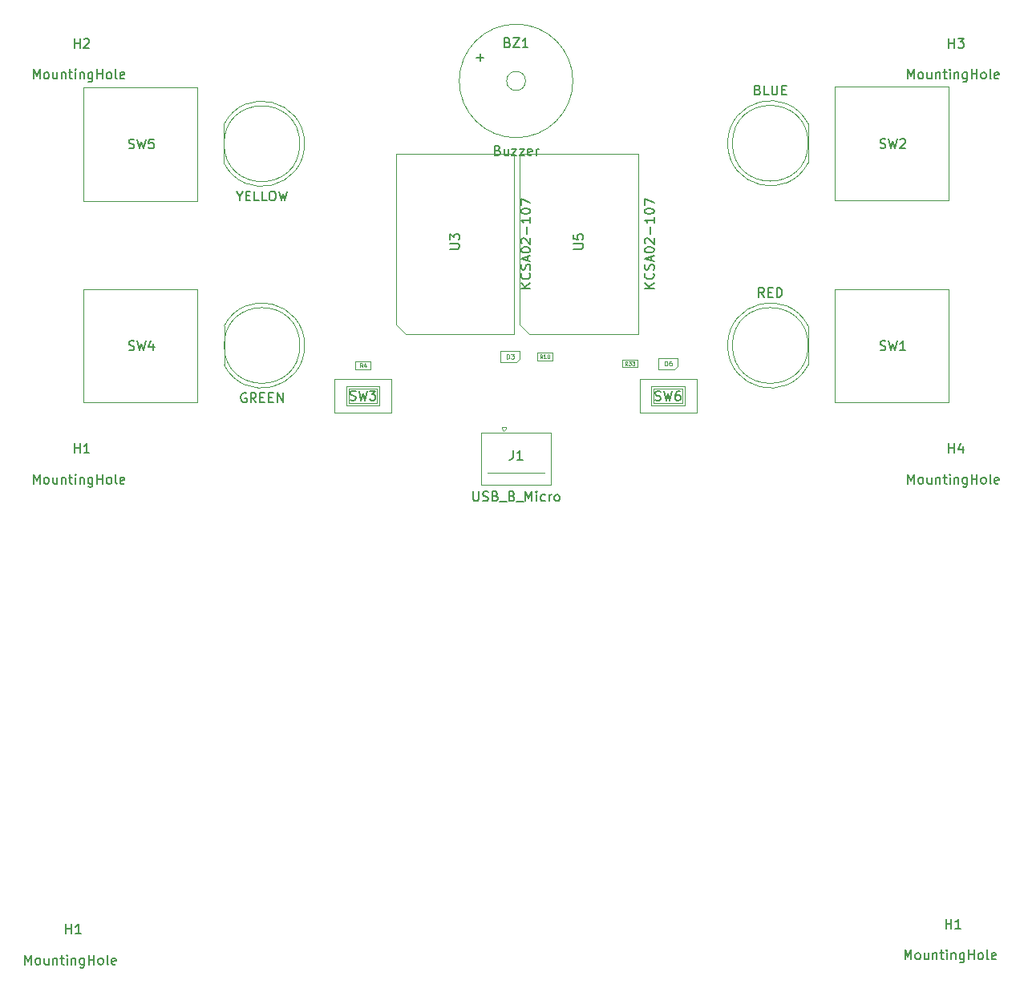
<source format=gbr>
G04 #@! TF.GenerationSoftware,KiCad,Pcbnew,(5.1.7)-1*
G04 #@! TF.CreationDate,2020-10-06T16:51:21+07:00*
G04 #@! TF.ProjectId,PIC16F1X_KIT2019,50494331-3646-4315-985f-4b4954323031,rev?*
G04 #@! TF.SameCoordinates,Original*
G04 #@! TF.FileFunction,Other,Fab,Top*
%FSLAX46Y46*%
G04 Gerber Fmt 4.6, Leading zero omitted, Abs format (unit mm)*
G04 Created by KiCad (PCBNEW (5.1.7)-1) date 2020-10-06 16:51:21*
%MOMM*%
%LPD*%
G01*
G04 APERTURE LIST*
%ADD10C,0.100000*%
%ADD11C,0.150000*%
%ADD12C,0.060000*%
%ADD13C,0.080000*%
G04 APERTURE END LIST*
D10*
X103216520Y-48138200D02*
X103216520Y-60138200D01*
X115216520Y-48138200D02*
X115216520Y-60138200D01*
X103216520Y-48138200D02*
X115216520Y-48138200D01*
X103216520Y-60138200D02*
X115216520Y-60138200D01*
X23882160Y-48138200D02*
X23882160Y-60138200D01*
X35882160Y-48138200D02*
X35882160Y-60138200D01*
X23882160Y-48138200D02*
X35882160Y-48138200D01*
X23882160Y-60138200D02*
X35882160Y-60138200D01*
X103216520Y-38776800D02*
X115216520Y-38776800D01*
X103216520Y-26776800D02*
X115216520Y-26776800D01*
X115216520Y-26776800D02*
X115216520Y-38776800D01*
X103216520Y-26776800D02*
X103216520Y-38776800D01*
X23882160Y-26824333D02*
X23882160Y-38824333D01*
X35882160Y-26824333D02*
X35882160Y-38824333D01*
X23882160Y-26824333D02*
X35882160Y-26824333D01*
X23882160Y-38824333D02*
X35882160Y-38824333D01*
X54190800Y-55822900D02*
X54190800Y-56622900D01*
X54190800Y-56622900D02*
X52590800Y-56622900D01*
X52590800Y-56622900D02*
X52590800Y-55822900D01*
X52590800Y-55822900D02*
X54190800Y-55822900D01*
X71755100Y-55683100D02*
X71755100Y-54883100D01*
X71755100Y-54883100D02*
X73355100Y-54883100D01*
X73355100Y-54883100D02*
X73355100Y-55683100D01*
X73355100Y-55683100D02*
X71755100Y-55683100D01*
X70532500Y-26162000D02*
G75*
G03*
X70532500Y-26162000I-1000000J0D01*
G01*
X75532500Y-26162000D02*
G75*
G03*
X75532500Y-26162000I-6000000J0D01*
G01*
X67910200Y-54683100D02*
X67910200Y-55883100D01*
X69910200Y-54683100D02*
X67910200Y-54683100D01*
X69910200Y-55583100D02*
X69910200Y-54683100D01*
X69610200Y-55883100D02*
X69910200Y-55583100D01*
X67910200Y-55883100D02*
X69610200Y-55883100D01*
X56376250Y-57636000D02*
X56376250Y-61236000D01*
X50376250Y-57636000D02*
X50376250Y-61236000D01*
X50376250Y-57636000D02*
X56376250Y-57636000D01*
X50376250Y-61236000D02*
X56376250Y-61236000D01*
X51876250Y-58636000D02*
X51876250Y-60236000D01*
X54876250Y-58636000D02*
X54876250Y-60236000D01*
X51876250Y-58636000D02*
X54876250Y-58636000D01*
X51876250Y-60236000D02*
X54876250Y-60236000D01*
X51626250Y-60436000D02*
X51626250Y-58436000D01*
X55126250Y-60436000D02*
X51626250Y-60436000D01*
X55126250Y-58436000D02*
X55126250Y-60436000D01*
X51626250Y-58436000D02*
X55126250Y-58436000D01*
X88578750Y-57636000D02*
X88578750Y-61236000D01*
X82578750Y-57636000D02*
X82578750Y-61236000D01*
X82578750Y-57636000D02*
X88578750Y-57636000D01*
X82578750Y-61236000D02*
X88578750Y-61236000D01*
X84078750Y-58636000D02*
X84078750Y-60236000D01*
X87078750Y-58636000D02*
X87078750Y-60236000D01*
X84078750Y-58636000D02*
X87078750Y-58636000D01*
X84078750Y-60236000D02*
X87078750Y-60236000D01*
X83828750Y-60436000D02*
X83828750Y-58436000D01*
X87328750Y-60436000D02*
X83828750Y-60436000D01*
X87328750Y-58436000D02*
X87328750Y-60436000D01*
X83828750Y-58436000D02*
X87328750Y-58436000D01*
X69343600Y-52895900D02*
X69343600Y-33895900D01*
X69343600Y-33895900D02*
X56843600Y-33895900D01*
X56843600Y-33895900D02*
X56843600Y-51895900D01*
X56843600Y-51895900D02*
X57843600Y-52895900D01*
X57843600Y-52895900D02*
X69343600Y-52895900D01*
X70899200Y-52895900D02*
X82399200Y-52895900D01*
X69899200Y-51895900D02*
X70899200Y-52895900D01*
X69899200Y-33895900D02*
X69899200Y-51895900D01*
X82399200Y-33895900D02*
X69899200Y-33895900D01*
X82399200Y-52895900D02*
X82399200Y-33895900D01*
X68440120Y-62742080D02*
X68440120Y-62952080D01*
X68040120Y-62742080D02*
X68040120Y-62952080D01*
X68040120Y-62742080D02*
X68440120Y-62742080D01*
X68440120Y-62952080D02*
X68240120Y-63152080D01*
X68240120Y-63152080D02*
X68040120Y-62952080D01*
X65840120Y-68852080D02*
X65840120Y-63302080D01*
X65840120Y-63302080D02*
X73240120Y-63302080D01*
X65840120Y-68852080D02*
X73240120Y-68852080D01*
X66540120Y-67552080D02*
X72540120Y-67552080D01*
X73240120Y-68852080D02*
X73240120Y-63302080D01*
X100372680Y-56176253D02*
X100372680Y-52053147D01*
X100372680Y-54114700D02*
G75*
G03*
X100372680Y-54114700I-4000000J0D01*
G01*
X100373834Y-52055388D02*
G75*
G03*
X100372680Y-56176253I-4001154J-2059312D01*
G01*
X100372680Y-34814853D02*
X100372680Y-30691747D01*
X100372680Y-32753300D02*
G75*
G03*
X100372680Y-32753300I-4000000J0D01*
G01*
X100373834Y-30693988D02*
G75*
G03*
X100372680Y-34814853I-4001154J-2059312D01*
G01*
X46707560Y-54114700D02*
G75*
G03*
X46707560Y-54114700I-4000000J0D01*
G01*
X38707560Y-52053147D02*
X38707560Y-56176253D01*
X38706406Y-56174012D02*
G75*
G03*
X38707560Y-52053147I4001154J2059312D01*
G01*
X46697400Y-32800833D02*
G75*
G03*
X46697400Y-32800833I-4000000J0D01*
G01*
X38697400Y-30739280D02*
X38697400Y-34862386D01*
X38696246Y-34860145D02*
G75*
G03*
X38697400Y-30739280I4001154J2059312D01*
G01*
X84587840Y-55432400D02*
X84587840Y-56632400D01*
X86587840Y-55432400D02*
X84587840Y-55432400D01*
X86587840Y-56332400D02*
X86587840Y-55432400D01*
X86287840Y-56632400D02*
X86587840Y-56332400D01*
X84587840Y-56632400D02*
X86287840Y-56632400D01*
X80728920Y-55627320D02*
X82328920Y-55627320D01*
X80728920Y-56427320D02*
X80728920Y-55627320D01*
X82328920Y-56427320D02*
X80728920Y-56427320D01*
X82328920Y-55627320D02*
X82328920Y-56427320D01*
D11*
X110591245Y-118977740D02*
X110591245Y-117977740D01*
X110924579Y-118692026D01*
X111257912Y-117977740D01*
X111257912Y-118977740D01*
X111876960Y-118977740D02*
X111781721Y-118930121D01*
X111734102Y-118882502D01*
X111686483Y-118787264D01*
X111686483Y-118501550D01*
X111734102Y-118406312D01*
X111781721Y-118358693D01*
X111876960Y-118311074D01*
X112019817Y-118311074D01*
X112115055Y-118358693D01*
X112162674Y-118406312D01*
X112210293Y-118501550D01*
X112210293Y-118787264D01*
X112162674Y-118882502D01*
X112115055Y-118930121D01*
X112019817Y-118977740D01*
X111876960Y-118977740D01*
X113067436Y-118311074D02*
X113067436Y-118977740D01*
X112638864Y-118311074D02*
X112638864Y-118834883D01*
X112686483Y-118930121D01*
X112781721Y-118977740D01*
X112924579Y-118977740D01*
X113019817Y-118930121D01*
X113067436Y-118882502D01*
X113543626Y-118311074D02*
X113543626Y-118977740D01*
X113543626Y-118406312D02*
X113591245Y-118358693D01*
X113686483Y-118311074D01*
X113829340Y-118311074D01*
X113924579Y-118358693D01*
X113972198Y-118453931D01*
X113972198Y-118977740D01*
X114305531Y-118311074D02*
X114686483Y-118311074D01*
X114448388Y-117977740D02*
X114448388Y-118834883D01*
X114496007Y-118930121D01*
X114591245Y-118977740D01*
X114686483Y-118977740D01*
X115019817Y-118977740D02*
X115019817Y-118311074D01*
X115019817Y-117977740D02*
X114972198Y-118025360D01*
X115019817Y-118072979D01*
X115067436Y-118025360D01*
X115019817Y-117977740D01*
X115019817Y-118072979D01*
X115496007Y-118311074D02*
X115496007Y-118977740D01*
X115496007Y-118406312D02*
X115543626Y-118358693D01*
X115638864Y-118311074D01*
X115781721Y-118311074D01*
X115876960Y-118358693D01*
X115924579Y-118453931D01*
X115924579Y-118977740D01*
X116829340Y-118311074D02*
X116829340Y-119120598D01*
X116781721Y-119215836D01*
X116734102Y-119263455D01*
X116638864Y-119311074D01*
X116496007Y-119311074D01*
X116400769Y-119263455D01*
X116829340Y-118930121D02*
X116734102Y-118977740D01*
X116543626Y-118977740D01*
X116448388Y-118930121D01*
X116400769Y-118882502D01*
X116353150Y-118787264D01*
X116353150Y-118501550D01*
X116400769Y-118406312D01*
X116448388Y-118358693D01*
X116543626Y-118311074D01*
X116734102Y-118311074D01*
X116829340Y-118358693D01*
X117305531Y-118977740D02*
X117305531Y-117977740D01*
X117305531Y-118453931D02*
X117876960Y-118453931D01*
X117876960Y-118977740D02*
X117876960Y-117977740D01*
X118496007Y-118977740D02*
X118400769Y-118930121D01*
X118353150Y-118882502D01*
X118305531Y-118787264D01*
X118305531Y-118501550D01*
X118353150Y-118406312D01*
X118400769Y-118358693D01*
X118496007Y-118311074D01*
X118638864Y-118311074D01*
X118734102Y-118358693D01*
X118781721Y-118406312D01*
X118829340Y-118501550D01*
X118829340Y-118787264D01*
X118781721Y-118882502D01*
X118734102Y-118930121D01*
X118638864Y-118977740D01*
X118496007Y-118977740D01*
X119400769Y-118977740D02*
X119305531Y-118930121D01*
X119257912Y-118834883D01*
X119257912Y-117977740D01*
X120162674Y-118930121D02*
X120067436Y-118977740D01*
X119876960Y-118977740D01*
X119781721Y-118930121D01*
X119734102Y-118834883D01*
X119734102Y-118453931D01*
X119781721Y-118358693D01*
X119876960Y-118311074D01*
X120067436Y-118311074D01*
X120162674Y-118358693D01*
X120210293Y-118453931D01*
X120210293Y-118549169D01*
X119734102Y-118644407D01*
X114915055Y-115727740D02*
X114915055Y-114727740D01*
X114915055Y-115203931D02*
X115486483Y-115203931D01*
X115486483Y-115727740D02*
X115486483Y-114727740D01*
X116486483Y-115727740D02*
X115915055Y-115727740D01*
X116200769Y-115727740D02*
X116200769Y-114727740D01*
X116105531Y-114870598D01*
X116010293Y-114965836D01*
X115915055Y-115013455D01*
X17693285Y-119526380D02*
X17693285Y-118526380D01*
X18026619Y-119240666D01*
X18359952Y-118526380D01*
X18359952Y-119526380D01*
X18979000Y-119526380D02*
X18883761Y-119478761D01*
X18836142Y-119431142D01*
X18788523Y-119335904D01*
X18788523Y-119050190D01*
X18836142Y-118954952D01*
X18883761Y-118907333D01*
X18979000Y-118859714D01*
X19121857Y-118859714D01*
X19217095Y-118907333D01*
X19264714Y-118954952D01*
X19312333Y-119050190D01*
X19312333Y-119335904D01*
X19264714Y-119431142D01*
X19217095Y-119478761D01*
X19121857Y-119526380D01*
X18979000Y-119526380D01*
X20169476Y-118859714D02*
X20169476Y-119526380D01*
X19740904Y-118859714D02*
X19740904Y-119383523D01*
X19788523Y-119478761D01*
X19883761Y-119526380D01*
X20026619Y-119526380D01*
X20121857Y-119478761D01*
X20169476Y-119431142D01*
X20645666Y-118859714D02*
X20645666Y-119526380D01*
X20645666Y-118954952D02*
X20693285Y-118907333D01*
X20788523Y-118859714D01*
X20931380Y-118859714D01*
X21026619Y-118907333D01*
X21074238Y-119002571D01*
X21074238Y-119526380D01*
X21407571Y-118859714D02*
X21788523Y-118859714D01*
X21550428Y-118526380D02*
X21550428Y-119383523D01*
X21598047Y-119478761D01*
X21693285Y-119526380D01*
X21788523Y-119526380D01*
X22121857Y-119526380D02*
X22121857Y-118859714D01*
X22121857Y-118526380D02*
X22074238Y-118574000D01*
X22121857Y-118621619D01*
X22169476Y-118574000D01*
X22121857Y-118526380D01*
X22121857Y-118621619D01*
X22598047Y-118859714D02*
X22598047Y-119526380D01*
X22598047Y-118954952D02*
X22645666Y-118907333D01*
X22740904Y-118859714D01*
X22883761Y-118859714D01*
X22979000Y-118907333D01*
X23026619Y-119002571D01*
X23026619Y-119526380D01*
X23931380Y-118859714D02*
X23931380Y-119669238D01*
X23883761Y-119764476D01*
X23836142Y-119812095D01*
X23740904Y-119859714D01*
X23598047Y-119859714D01*
X23502809Y-119812095D01*
X23931380Y-119478761D02*
X23836142Y-119526380D01*
X23645666Y-119526380D01*
X23550428Y-119478761D01*
X23502809Y-119431142D01*
X23455190Y-119335904D01*
X23455190Y-119050190D01*
X23502809Y-118954952D01*
X23550428Y-118907333D01*
X23645666Y-118859714D01*
X23836142Y-118859714D01*
X23931380Y-118907333D01*
X24407571Y-119526380D02*
X24407571Y-118526380D01*
X24407571Y-119002571D02*
X24979000Y-119002571D01*
X24979000Y-119526380D02*
X24979000Y-118526380D01*
X25598047Y-119526380D02*
X25502809Y-119478761D01*
X25455190Y-119431142D01*
X25407571Y-119335904D01*
X25407571Y-119050190D01*
X25455190Y-118954952D01*
X25502809Y-118907333D01*
X25598047Y-118859714D01*
X25740904Y-118859714D01*
X25836142Y-118907333D01*
X25883761Y-118954952D01*
X25931380Y-119050190D01*
X25931380Y-119335904D01*
X25883761Y-119431142D01*
X25836142Y-119478761D01*
X25740904Y-119526380D01*
X25598047Y-119526380D01*
X26502809Y-119526380D02*
X26407571Y-119478761D01*
X26359952Y-119383523D01*
X26359952Y-118526380D01*
X27264714Y-119478761D02*
X27169476Y-119526380D01*
X26979000Y-119526380D01*
X26883761Y-119478761D01*
X26836142Y-119383523D01*
X26836142Y-119002571D01*
X26883761Y-118907333D01*
X26979000Y-118859714D01*
X27169476Y-118859714D01*
X27264714Y-118907333D01*
X27312333Y-119002571D01*
X27312333Y-119097809D01*
X26836142Y-119193047D01*
X22017095Y-116276380D02*
X22017095Y-115276380D01*
X22017095Y-115752571D02*
X22588523Y-115752571D01*
X22588523Y-116276380D02*
X22588523Y-115276380D01*
X23588523Y-116276380D02*
X23017095Y-116276380D01*
X23302809Y-116276380D02*
X23302809Y-115276380D01*
X23207571Y-115419238D01*
X23112333Y-115514476D01*
X23017095Y-115562095D01*
X107983186Y-54582961D02*
X108126043Y-54630580D01*
X108364139Y-54630580D01*
X108459377Y-54582961D01*
X108506996Y-54535342D01*
X108554615Y-54440104D01*
X108554615Y-54344866D01*
X108506996Y-54249628D01*
X108459377Y-54202009D01*
X108364139Y-54154390D01*
X108173662Y-54106771D01*
X108078424Y-54059152D01*
X108030805Y-54011533D01*
X107983186Y-53916295D01*
X107983186Y-53821057D01*
X108030805Y-53725819D01*
X108078424Y-53678200D01*
X108173662Y-53630580D01*
X108411758Y-53630580D01*
X108554615Y-53678200D01*
X108887948Y-53630580D02*
X109126043Y-54630580D01*
X109316520Y-53916295D01*
X109506996Y-54630580D01*
X109745091Y-53630580D01*
X110649853Y-54630580D02*
X110078424Y-54630580D01*
X110364139Y-54630580D02*
X110364139Y-53630580D01*
X110268900Y-53773438D01*
X110173662Y-53868676D01*
X110078424Y-53916295D01*
X28648826Y-54582961D02*
X28791683Y-54630580D01*
X29029779Y-54630580D01*
X29125017Y-54582961D01*
X29172636Y-54535342D01*
X29220255Y-54440104D01*
X29220255Y-54344866D01*
X29172636Y-54249628D01*
X29125017Y-54202009D01*
X29029779Y-54154390D01*
X28839302Y-54106771D01*
X28744064Y-54059152D01*
X28696445Y-54011533D01*
X28648826Y-53916295D01*
X28648826Y-53821057D01*
X28696445Y-53725819D01*
X28744064Y-53678200D01*
X28839302Y-53630580D01*
X29077398Y-53630580D01*
X29220255Y-53678200D01*
X29553588Y-53630580D02*
X29791683Y-54630580D01*
X29982160Y-53916295D01*
X30172636Y-54630580D01*
X30410731Y-53630580D01*
X31220255Y-53963914D02*
X31220255Y-54630580D01*
X30982160Y-53582961D02*
X30744064Y-54297247D01*
X31363112Y-54297247D01*
X107983186Y-33221561D02*
X108126043Y-33269180D01*
X108364139Y-33269180D01*
X108459377Y-33221561D01*
X108506996Y-33173942D01*
X108554615Y-33078704D01*
X108554615Y-32983466D01*
X108506996Y-32888228D01*
X108459377Y-32840609D01*
X108364139Y-32792990D01*
X108173662Y-32745371D01*
X108078424Y-32697752D01*
X108030805Y-32650133D01*
X107983186Y-32554895D01*
X107983186Y-32459657D01*
X108030805Y-32364419D01*
X108078424Y-32316800D01*
X108173662Y-32269180D01*
X108411758Y-32269180D01*
X108554615Y-32316800D01*
X108887948Y-32269180D02*
X109126043Y-33269180D01*
X109316520Y-32554895D01*
X109506996Y-33269180D01*
X109745091Y-32269180D01*
X110078424Y-32364419D02*
X110126043Y-32316800D01*
X110221281Y-32269180D01*
X110459377Y-32269180D01*
X110554615Y-32316800D01*
X110602234Y-32364419D01*
X110649853Y-32459657D01*
X110649853Y-32554895D01*
X110602234Y-32697752D01*
X110030805Y-33269180D01*
X110649853Y-33269180D01*
X28648826Y-33269094D02*
X28791683Y-33316713D01*
X29029779Y-33316713D01*
X29125017Y-33269094D01*
X29172636Y-33221475D01*
X29220255Y-33126237D01*
X29220255Y-33030999D01*
X29172636Y-32935761D01*
X29125017Y-32888142D01*
X29029779Y-32840523D01*
X28839302Y-32792904D01*
X28744064Y-32745285D01*
X28696445Y-32697666D01*
X28648826Y-32602428D01*
X28648826Y-32507190D01*
X28696445Y-32411952D01*
X28744064Y-32364333D01*
X28839302Y-32316713D01*
X29077398Y-32316713D01*
X29220255Y-32364333D01*
X29553588Y-32316713D02*
X29791683Y-33316713D01*
X29982160Y-32602428D01*
X30172636Y-33316713D01*
X30410731Y-32316713D01*
X31267874Y-32316713D02*
X30791683Y-32316713D01*
X30744064Y-32792904D01*
X30791683Y-32745285D01*
X30886921Y-32697666D01*
X31125017Y-32697666D01*
X31220255Y-32745285D01*
X31267874Y-32792904D01*
X31315493Y-32888142D01*
X31315493Y-33126237D01*
X31267874Y-33221475D01*
X31220255Y-33269094D01*
X31125017Y-33316713D01*
X30886921Y-33316713D01*
X30791683Y-33269094D01*
X30744064Y-33221475D01*
D12*
X53324133Y-56403852D02*
X53190800Y-56213376D01*
X53095561Y-56403852D02*
X53095561Y-56003852D01*
X53247942Y-56003852D01*
X53286038Y-56022900D01*
X53305085Y-56041947D01*
X53324133Y-56080042D01*
X53324133Y-56137185D01*
X53305085Y-56175280D01*
X53286038Y-56194328D01*
X53247942Y-56213376D01*
X53095561Y-56213376D01*
X53666990Y-56137185D02*
X53666990Y-56403852D01*
X53571752Y-55984804D02*
X53476514Y-56270519D01*
X53724133Y-56270519D01*
X72297957Y-55464052D02*
X72164623Y-55273576D01*
X72069385Y-55464052D02*
X72069385Y-55064052D01*
X72221766Y-55064052D01*
X72259861Y-55083100D01*
X72278909Y-55102147D01*
X72297957Y-55140242D01*
X72297957Y-55197385D01*
X72278909Y-55235480D01*
X72259861Y-55254528D01*
X72221766Y-55273576D01*
X72069385Y-55273576D01*
X72678909Y-55464052D02*
X72450338Y-55464052D01*
X72564623Y-55464052D02*
X72564623Y-55064052D01*
X72526528Y-55121195D01*
X72488433Y-55159290D01*
X72450338Y-55178338D01*
X72926528Y-55064052D02*
X72964623Y-55064052D01*
X73002719Y-55083100D01*
X73021766Y-55102147D01*
X73040814Y-55140242D01*
X73059861Y-55216433D01*
X73059861Y-55311671D01*
X73040814Y-55387861D01*
X73021766Y-55425957D01*
X73002719Y-55445004D01*
X72964623Y-55464052D01*
X72926528Y-55464052D01*
X72888433Y-55445004D01*
X72869385Y-55425957D01*
X72850338Y-55387861D01*
X72831290Y-55311671D01*
X72831290Y-55216433D01*
X72850338Y-55140242D01*
X72869385Y-55102147D01*
X72888433Y-55083100D01*
X72926528Y-55064052D01*
D11*
X110911285Y-68726380D02*
X110911285Y-67726380D01*
X111244619Y-68440666D01*
X111577952Y-67726380D01*
X111577952Y-68726380D01*
X112197000Y-68726380D02*
X112101761Y-68678761D01*
X112054142Y-68631142D01*
X112006523Y-68535904D01*
X112006523Y-68250190D01*
X112054142Y-68154952D01*
X112101761Y-68107333D01*
X112197000Y-68059714D01*
X112339857Y-68059714D01*
X112435095Y-68107333D01*
X112482714Y-68154952D01*
X112530333Y-68250190D01*
X112530333Y-68535904D01*
X112482714Y-68631142D01*
X112435095Y-68678761D01*
X112339857Y-68726380D01*
X112197000Y-68726380D01*
X113387476Y-68059714D02*
X113387476Y-68726380D01*
X112958904Y-68059714D02*
X112958904Y-68583523D01*
X113006523Y-68678761D01*
X113101761Y-68726380D01*
X113244619Y-68726380D01*
X113339857Y-68678761D01*
X113387476Y-68631142D01*
X113863666Y-68059714D02*
X113863666Y-68726380D01*
X113863666Y-68154952D02*
X113911285Y-68107333D01*
X114006523Y-68059714D01*
X114149380Y-68059714D01*
X114244619Y-68107333D01*
X114292238Y-68202571D01*
X114292238Y-68726380D01*
X114625571Y-68059714D02*
X115006523Y-68059714D01*
X114768428Y-67726380D02*
X114768428Y-68583523D01*
X114816047Y-68678761D01*
X114911285Y-68726380D01*
X115006523Y-68726380D01*
X115339857Y-68726380D02*
X115339857Y-68059714D01*
X115339857Y-67726380D02*
X115292238Y-67774000D01*
X115339857Y-67821619D01*
X115387476Y-67774000D01*
X115339857Y-67726380D01*
X115339857Y-67821619D01*
X115816047Y-68059714D02*
X115816047Y-68726380D01*
X115816047Y-68154952D02*
X115863666Y-68107333D01*
X115958904Y-68059714D01*
X116101761Y-68059714D01*
X116197000Y-68107333D01*
X116244619Y-68202571D01*
X116244619Y-68726380D01*
X117149380Y-68059714D02*
X117149380Y-68869238D01*
X117101761Y-68964476D01*
X117054142Y-69012095D01*
X116958904Y-69059714D01*
X116816047Y-69059714D01*
X116720809Y-69012095D01*
X117149380Y-68678761D02*
X117054142Y-68726380D01*
X116863666Y-68726380D01*
X116768428Y-68678761D01*
X116720809Y-68631142D01*
X116673190Y-68535904D01*
X116673190Y-68250190D01*
X116720809Y-68154952D01*
X116768428Y-68107333D01*
X116863666Y-68059714D01*
X117054142Y-68059714D01*
X117149380Y-68107333D01*
X117625571Y-68726380D02*
X117625571Y-67726380D01*
X117625571Y-68202571D02*
X118197000Y-68202571D01*
X118197000Y-68726380D02*
X118197000Y-67726380D01*
X118816047Y-68726380D02*
X118720809Y-68678761D01*
X118673190Y-68631142D01*
X118625571Y-68535904D01*
X118625571Y-68250190D01*
X118673190Y-68154952D01*
X118720809Y-68107333D01*
X118816047Y-68059714D01*
X118958904Y-68059714D01*
X119054142Y-68107333D01*
X119101761Y-68154952D01*
X119149380Y-68250190D01*
X119149380Y-68535904D01*
X119101761Y-68631142D01*
X119054142Y-68678761D01*
X118958904Y-68726380D01*
X118816047Y-68726380D01*
X119720809Y-68726380D02*
X119625571Y-68678761D01*
X119577952Y-68583523D01*
X119577952Y-67726380D01*
X120482714Y-68678761D02*
X120387476Y-68726380D01*
X120197000Y-68726380D01*
X120101761Y-68678761D01*
X120054142Y-68583523D01*
X120054142Y-68202571D01*
X120101761Y-68107333D01*
X120197000Y-68059714D01*
X120387476Y-68059714D01*
X120482714Y-68107333D01*
X120530333Y-68202571D01*
X120530333Y-68297809D01*
X120054142Y-68393047D01*
X115235095Y-65476380D02*
X115235095Y-64476380D01*
X115235095Y-64952571D02*
X115806523Y-64952571D01*
X115806523Y-65476380D02*
X115806523Y-64476380D01*
X116711285Y-64809714D02*
X116711285Y-65476380D01*
X116473190Y-64428761D02*
X116235095Y-65143047D01*
X116854142Y-65143047D01*
X18582285Y-25927380D02*
X18582285Y-24927380D01*
X18915619Y-25641666D01*
X19248952Y-24927380D01*
X19248952Y-25927380D01*
X19868000Y-25927380D02*
X19772761Y-25879761D01*
X19725142Y-25832142D01*
X19677523Y-25736904D01*
X19677523Y-25451190D01*
X19725142Y-25355952D01*
X19772761Y-25308333D01*
X19868000Y-25260714D01*
X20010857Y-25260714D01*
X20106095Y-25308333D01*
X20153714Y-25355952D01*
X20201333Y-25451190D01*
X20201333Y-25736904D01*
X20153714Y-25832142D01*
X20106095Y-25879761D01*
X20010857Y-25927380D01*
X19868000Y-25927380D01*
X21058476Y-25260714D02*
X21058476Y-25927380D01*
X20629904Y-25260714D02*
X20629904Y-25784523D01*
X20677523Y-25879761D01*
X20772761Y-25927380D01*
X20915619Y-25927380D01*
X21010857Y-25879761D01*
X21058476Y-25832142D01*
X21534666Y-25260714D02*
X21534666Y-25927380D01*
X21534666Y-25355952D02*
X21582285Y-25308333D01*
X21677523Y-25260714D01*
X21820380Y-25260714D01*
X21915619Y-25308333D01*
X21963238Y-25403571D01*
X21963238Y-25927380D01*
X22296571Y-25260714D02*
X22677523Y-25260714D01*
X22439428Y-24927380D02*
X22439428Y-25784523D01*
X22487047Y-25879761D01*
X22582285Y-25927380D01*
X22677523Y-25927380D01*
X23010857Y-25927380D02*
X23010857Y-25260714D01*
X23010857Y-24927380D02*
X22963238Y-24975000D01*
X23010857Y-25022619D01*
X23058476Y-24975000D01*
X23010857Y-24927380D01*
X23010857Y-25022619D01*
X23487047Y-25260714D02*
X23487047Y-25927380D01*
X23487047Y-25355952D02*
X23534666Y-25308333D01*
X23629904Y-25260714D01*
X23772761Y-25260714D01*
X23868000Y-25308333D01*
X23915619Y-25403571D01*
X23915619Y-25927380D01*
X24820380Y-25260714D02*
X24820380Y-26070238D01*
X24772761Y-26165476D01*
X24725142Y-26213095D01*
X24629904Y-26260714D01*
X24487047Y-26260714D01*
X24391809Y-26213095D01*
X24820380Y-25879761D02*
X24725142Y-25927380D01*
X24534666Y-25927380D01*
X24439428Y-25879761D01*
X24391809Y-25832142D01*
X24344190Y-25736904D01*
X24344190Y-25451190D01*
X24391809Y-25355952D01*
X24439428Y-25308333D01*
X24534666Y-25260714D01*
X24725142Y-25260714D01*
X24820380Y-25308333D01*
X25296571Y-25927380D02*
X25296571Y-24927380D01*
X25296571Y-25403571D02*
X25868000Y-25403571D01*
X25868000Y-25927380D02*
X25868000Y-24927380D01*
X26487047Y-25927380D02*
X26391809Y-25879761D01*
X26344190Y-25832142D01*
X26296571Y-25736904D01*
X26296571Y-25451190D01*
X26344190Y-25355952D01*
X26391809Y-25308333D01*
X26487047Y-25260714D01*
X26629904Y-25260714D01*
X26725142Y-25308333D01*
X26772761Y-25355952D01*
X26820380Y-25451190D01*
X26820380Y-25736904D01*
X26772761Y-25832142D01*
X26725142Y-25879761D01*
X26629904Y-25927380D01*
X26487047Y-25927380D01*
X27391809Y-25927380D02*
X27296571Y-25879761D01*
X27248952Y-25784523D01*
X27248952Y-24927380D01*
X28153714Y-25879761D02*
X28058476Y-25927380D01*
X27868000Y-25927380D01*
X27772761Y-25879761D01*
X27725142Y-25784523D01*
X27725142Y-25403571D01*
X27772761Y-25308333D01*
X27868000Y-25260714D01*
X28058476Y-25260714D01*
X28153714Y-25308333D01*
X28201333Y-25403571D01*
X28201333Y-25498809D01*
X27725142Y-25594047D01*
X22906095Y-22677380D02*
X22906095Y-21677380D01*
X22906095Y-22153571D02*
X23477523Y-22153571D01*
X23477523Y-22677380D02*
X23477523Y-21677380D01*
X23906095Y-21772619D02*
X23953714Y-21725000D01*
X24048952Y-21677380D01*
X24287047Y-21677380D01*
X24382285Y-21725000D01*
X24429904Y-21772619D01*
X24477523Y-21867857D01*
X24477523Y-21963095D01*
X24429904Y-22105952D01*
X23858476Y-22677380D01*
X24477523Y-22677380D01*
X18582285Y-68726380D02*
X18582285Y-67726380D01*
X18915619Y-68440666D01*
X19248952Y-67726380D01*
X19248952Y-68726380D01*
X19868000Y-68726380D02*
X19772761Y-68678761D01*
X19725142Y-68631142D01*
X19677523Y-68535904D01*
X19677523Y-68250190D01*
X19725142Y-68154952D01*
X19772761Y-68107333D01*
X19868000Y-68059714D01*
X20010857Y-68059714D01*
X20106095Y-68107333D01*
X20153714Y-68154952D01*
X20201333Y-68250190D01*
X20201333Y-68535904D01*
X20153714Y-68631142D01*
X20106095Y-68678761D01*
X20010857Y-68726380D01*
X19868000Y-68726380D01*
X21058476Y-68059714D02*
X21058476Y-68726380D01*
X20629904Y-68059714D02*
X20629904Y-68583523D01*
X20677523Y-68678761D01*
X20772761Y-68726380D01*
X20915619Y-68726380D01*
X21010857Y-68678761D01*
X21058476Y-68631142D01*
X21534666Y-68059714D02*
X21534666Y-68726380D01*
X21534666Y-68154952D02*
X21582285Y-68107333D01*
X21677523Y-68059714D01*
X21820380Y-68059714D01*
X21915619Y-68107333D01*
X21963238Y-68202571D01*
X21963238Y-68726380D01*
X22296571Y-68059714D02*
X22677523Y-68059714D01*
X22439428Y-67726380D02*
X22439428Y-68583523D01*
X22487047Y-68678761D01*
X22582285Y-68726380D01*
X22677523Y-68726380D01*
X23010857Y-68726380D02*
X23010857Y-68059714D01*
X23010857Y-67726380D02*
X22963238Y-67774000D01*
X23010857Y-67821619D01*
X23058476Y-67774000D01*
X23010857Y-67726380D01*
X23010857Y-67821619D01*
X23487047Y-68059714D02*
X23487047Y-68726380D01*
X23487047Y-68154952D02*
X23534666Y-68107333D01*
X23629904Y-68059714D01*
X23772761Y-68059714D01*
X23868000Y-68107333D01*
X23915619Y-68202571D01*
X23915619Y-68726380D01*
X24820380Y-68059714D02*
X24820380Y-68869238D01*
X24772761Y-68964476D01*
X24725142Y-69012095D01*
X24629904Y-69059714D01*
X24487047Y-69059714D01*
X24391809Y-69012095D01*
X24820380Y-68678761D02*
X24725142Y-68726380D01*
X24534666Y-68726380D01*
X24439428Y-68678761D01*
X24391809Y-68631142D01*
X24344190Y-68535904D01*
X24344190Y-68250190D01*
X24391809Y-68154952D01*
X24439428Y-68107333D01*
X24534666Y-68059714D01*
X24725142Y-68059714D01*
X24820380Y-68107333D01*
X25296571Y-68726380D02*
X25296571Y-67726380D01*
X25296571Y-68202571D02*
X25868000Y-68202571D01*
X25868000Y-68726380D02*
X25868000Y-67726380D01*
X26487047Y-68726380D02*
X26391809Y-68678761D01*
X26344190Y-68631142D01*
X26296571Y-68535904D01*
X26296571Y-68250190D01*
X26344190Y-68154952D01*
X26391809Y-68107333D01*
X26487047Y-68059714D01*
X26629904Y-68059714D01*
X26725142Y-68107333D01*
X26772761Y-68154952D01*
X26820380Y-68250190D01*
X26820380Y-68535904D01*
X26772761Y-68631142D01*
X26725142Y-68678761D01*
X26629904Y-68726380D01*
X26487047Y-68726380D01*
X27391809Y-68726380D02*
X27296571Y-68678761D01*
X27248952Y-68583523D01*
X27248952Y-67726380D01*
X28153714Y-68678761D02*
X28058476Y-68726380D01*
X27868000Y-68726380D01*
X27772761Y-68678761D01*
X27725142Y-68583523D01*
X27725142Y-68202571D01*
X27772761Y-68107333D01*
X27868000Y-68059714D01*
X28058476Y-68059714D01*
X28153714Y-68107333D01*
X28201333Y-68202571D01*
X28201333Y-68297809D01*
X27725142Y-68393047D01*
X22906095Y-65476380D02*
X22906095Y-64476380D01*
X22906095Y-64952571D02*
X23477523Y-64952571D01*
X23477523Y-65476380D02*
X23477523Y-64476380D01*
X24477523Y-65476380D02*
X23906095Y-65476380D01*
X24191809Y-65476380D02*
X24191809Y-64476380D01*
X24096571Y-64619238D01*
X24001333Y-64714476D01*
X23906095Y-64762095D01*
X110911285Y-25927380D02*
X110911285Y-24927380D01*
X111244619Y-25641666D01*
X111577952Y-24927380D01*
X111577952Y-25927380D01*
X112197000Y-25927380D02*
X112101761Y-25879761D01*
X112054142Y-25832142D01*
X112006523Y-25736904D01*
X112006523Y-25451190D01*
X112054142Y-25355952D01*
X112101761Y-25308333D01*
X112197000Y-25260714D01*
X112339857Y-25260714D01*
X112435095Y-25308333D01*
X112482714Y-25355952D01*
X112530333Y-25451190D01*
X112530333Y-25736904D01*
X112482714Y-25832142D01*
X112435095Y-25879761D01*
X112339857Y-25927380D01*
X112197000Y-25927380D01*
X113387476Y-25260714D02*
X113387476Y-25927380D01*
X112958904Y-25260714D02*
X112958904Y-25784523D01*
X113006523Y-25879761D01*
X113101761Y-25927380D01*
X113244619Y-25927380D01*
X113339857Y-25879761D01*
X113387476Y-25832142D01*
X113863666Y-25260714D02*
X113863666Y-25927380D01*
X113863666Y-25355952D02*
X113911285Y-25308333D01*
X114006523Y-25260714D01*
X114149380Y-25260714D01*
X114244619Y-25308333D01*
X114292238Y-25403571D01*
X114292238Y-25927380D01*
X114625571Y-25260714D02*
X115006523Y-25260714D01*
X114768428Y-24927380D02*
X114768428Y-25784523D01*
X114816047Y-25879761D01*
X114911285Y-25927380D01*
X115006523Y-25927380D01*
X115339857Y-25927380D02*
X115339857Y-25260714D01*
X115339857Y-24927380D02*
X115292238Y-24975000D01*
X115339857Y-25022619D01*
X115387476Y-24975000D01*
X115339857Y-24927380D01*
X115339857Y-25022619D01*
X115816047Y-25260714D02*
X115816047Y-25927380D01*
X115816047Y-25355952D02*
X115863666Y-25308333D01*
X115958904Y-25260714D01*
X116101761Y-25260714D01*
X116197000Y-25308333D01*
X116244619Y-25403571D01*
X116244619Y-25927380D01*
X117149380Y-25260714D02*
X117149380Y-26070238D01*
X117101761Y-26165476D01*
X117054142Y-26213095D01*
X116958904Y-26260714D01*
X116816047Y-26260714D01*
X116720809Y-26213095D01*
X117149380Y-25879761D02*
X117054142Y-25927380D01*
X116863666Y-25927380D01*
X116768428Y-25879761D01*
X116720809Y-25832142D01*
X116673190Y-25736904D01*
X116673190Y-25451190D01*
X116720809Y-25355952D01*
X116768428Y-25308333D01*
X116863666Y-25260714D01*
X117054142Y-25260714D01*
X117149380Y-25308333D01*
X117625571Y-25927380D02*
X117625571Y-24927380D01*
X117625571Y-25403571D02*
X118197000Y-25403571D01*
X118197000Y-25927380D02*
X118197000Y-24927380D01*
X118816047Y-25927380D02*
X118720809Y-25879761D01*
X118673190Y-25832142D01*
X118625571Y-25736904D01*
X118625571Y-25451190D01*
X118673190Y-25355952D01*
X118720809Y-25308333D01*
X118816047Y-25260714D01*
X118958904Y-25260714D01*
X119054142Y-25308333D01*
X119101761Y-25355952D01*
X119149380Y-25451190D01*
X119149380Y-25736904D01*
X119101761Y-25832142D01*
X119054142Y-25879761D01*
X118958904Y-25927380D01*
X118816047Y-25927380D01*
X119720809Y-25927380D02*
X119625571Y-25879761D01*
X119577952Y-25784523D01*
X119577952Y-24927380D01*
X120482714Y-25879761D02*
X120387476Y-25927380D01*
X120197000Y-25927380D01*
X120101761Y-25879761D01*
X120054142Y-25784523D01*
X120054142Y-25403571D01*
X120101761Y-25308333D01*
X120197000Y-25260714D01*
X120387476Y-25260714D01*
X120482714Y-25308333D01*
X120530333Y-25403571D01*
X120530333Y-25498809D01*
X120054142Y-25594047D01*
X115235095Y-22677380D02*
X115235095Y-21677380D01*
X115235095Y-22153571D02*
X115806523Y-22153571D01*
X115806523Y-22677380D02*
X115806523Y-21677380D01*
X116187476Y-21677380D02*
X116806523Y-21677380D01*
X116473190Y-22058333D01*
X116616047Y-22058333D01*
X116711285Y-22105952D01*
X116758904Y-22153571D01*
X116806523Y-22248809D01*
X116806523Y-22486904D01*
X116758904Y-22582142D01*
X116711285Y-22629761D01*
X116616047Y-22677380D01*
X116330333Y-22677380D01*
X116235095Y-22629761D01*
X116187476Y-22582142D01*
X67603928Y-33490571D02*
X67746785Y-33538190D01*
X67794404Y-33585809D01*
X67842023Y-33681047D01*
X67842023Y-33823904D01*
X67794404Y-33919142D01*
X67746785Y-33966761D01*
X67651547Y-34014380D01*
X67270595Y-34014380D01*
X67270595Y-33014380D01*
X67603928Y-33014380D01*
X67699166Y-33062000D01*
X67746785Y-33109619D01*
X67794404Y-33204857D01*
X67794404Y-33300095D01*
X67746785Y-33395333D01*
X67699166Y-33442952D01*
X67603928Y-33490571D01*
X67270595Y-33490571D01*
X68699166Y-33347714D02*
X68699166Y-34014380D01*
X68270595Y-33347714D02*
X68270595Y-33871523D01*
X68318214Y-33966761D01*
X68413452Y-34014380D01*
X68556309Y-34014380D01*
X68651547Y-33966761D01*
X68699166Y-33919142D01*
X69080119Y-33347714D02*
X69603928Y-33347714D01*
X69080119Y-34014380D01*
X69603928Y-34014380D01*
X69889642Y-33347714D02*
X70413452Y-33347714D01*
X69889642Y-34014380D01*
X70413452Y-34014380D01*
X71175357Y-33966761D02*
X71080119Y-34014380D01*
X70889642Y-34014380D01*
X70794404Y-33966761D01*
X70746785Y-33871523D01*
X70746785Y-33490571D01*
X70794404Y-33395333D01*
X70889642Y-33347714D01*
X71080119Y-33347714D01*
X71175357Y-33395333D01*
X71222976Y-33490571D01*
X71222976Y-33585809D01*
X70746785Y-33681047D01*
X71651547Y-34014380D02*
X71651547Y-33347714D01*
X71651547Y-33538190D02*
X71699166Y-33442952D01*
X71746785Y-33395333D01*
X71842023Y-33347714D01*
X71937261Y-33347714D01*
X65341547Y-23693428D02*
X66103452Y-23693428D01*
X65722500Y-24074380D02*
X65722500Y-23312476D01*
X68651547Y-22090571D02*
X68794404Y-22138190D01*
X68842023Y-22185809D01*
X68889642Y-22281047D01*
X68889642Y-22423904D01*
X68842023Y-22519142D01*
X68794404Y-22566761D01*
X68699166Y-22614380D01*
X68318214Y-22614380D01*
X68318214Y-21614380D01*
X68651547Y-21614380D01*
X68746785Y-21662000D01*
X68794404Y-21709619D01*
X68842023Y-21804857D01*
X68842023Y-21900095D01*
X68794404Y-21995333D01*
X68746785Y-22042952D01*
X68651547Y-22090571D01*
X68318214Y-22090571D01*
X69222976Y-21614380D02*
X69889642Y-21614380D01*
X69222976Y-22614380D01*
X69889642Y-22614380D01*
X70794404Y-22614380D02*
X70222976Y-22614380D01*
X70508690Y-22614380D02*
X70508690Y-21614380D01*
X70413452Y-21757238D01*
X70318214Y-21852476D01*
X70222976Y-21900095D01*
D13*
X68541152Y-55509290D02*
X68541152Y-55009290D01*
X68660200Y-55009290D01*
X68731628Y-55033100D01*
X68779247Y-55080719D01*
X68803057Y-55128338D01*
X68826866Y-55223576D01*
X68826866Y-55295004D01*
X68803057Y-55390242D01*
X68779247Y-55437861D01*
X68731628Y-55485480D01*
X68660200Y-55509290D01*
X68541152Y-55509290D01*
X68993533Y-55009290D02*
X69303057Y-55009290D01*
X69136390Y-55199766D01*
X69207819Y-55199766D01*
X69255438Y-55223576D01*
X69279247Y-55247385D01*
X69303057Y-55295004D01*
X69303057Y-55414052D01*
X69279247Y-55461671D01*
X69255438Y-55485480D01*
X69207819Y-55509290D01*
X69064961Y-55509290D01*
X69017342Y-55485480D01*
X68993533Y-55461671D01*
D11*
X52032066Y-59866161D02*
X52174923Y-59913780D01*
X52413019Y-59913780D01*
X52508257Y-59866161D01*
X52555876Y-59818542D01*
X52603495Y-59723304D01*
X52603495Y-59628066D01*
X52555876Y-59532828D01*
X52508257Y-59485209D01*
X52413019Y-59437590D01*
X52222542Y-59389971D01*
X52127304Y-59342352D01*
X52079685Y-59294733D01*
X52032066Y-59199495D01*
X52032066Y-59104257D01*
X52079685Y-59009019D01*
X52127304Y-58961400D01*
X52222542Y-58913780D01*
X52460638Y-58913780D01*
X52603495Y-58961400D01*
X52936828Y-58913780D02*
X53174923Y-59913780D01*
X53365400Y-59199495D01*
X53555876Y-59913780D01*
X53793971Y-58913780D01*
X54079685Y-58913780D02*
X54698733Y-58913780D01*
X54365400Y-59294733D01*
X54508257Y-59294733D01*
X54603495Y-59342352D01*
X54651114Y-59389971D01*
X54698733Y-59485209D01*
X54698733Y-59723304D01*
X54651114Y-59818542D01*
X54603495Y-59866161D01*
X54508257Y-59913780D01*
X54222542Y-59913780D01*
X54127304Y-59866161D01*
X54079685Y-59818542D01*
X84232716Y-59891561D02*
X84375573Y-59939180D01*
X84613669Y-59939180D01*
X84708907Y-59891561D01*
X84756526Y-59843942D01*
X84804145Y-59748704D01*
X84804145Y-59653466D01*
X84756526Y-59558228D01*
X84708907Y-59510609D01*
X84613669Y-59462990D01*
X84423192Y-59415371D01*
X84327954Y-59367752D01*
X84280335Y-59320133D01*
X84232716Y-59224895D01*
X84232716Y-59129657D01*
X84280335Y-59034419D01*
X84327954Y-58986800D01*
X84423192Y-58939180D01*
X84661288Y-58939180D01*
X84804145Y-58986800D01*
X85137478Y-58939180D02*
X85375573Y-59939180D01*
X85566050Y-59224895D01*
X85756526Y-59939180D01*
X85994621Y-58939180D01*
X86804145Y-58939180D02*
X86613669Y-58939180D01*
X86518430Y-58986800D01*
X86470811Y-59034419D01*
X86375573Y-59177276D01*
X86327954Y-59367752D01*
X86327954Y-59748704D01*
X86375573Y-59843942D01*
X86423192Y-59891561D01*
X86518430Y-59939180D01*
X86708907Y-59939180D01*
X86804145Y-59891561D01*
X86851764Y-59843942D01*
X86899383Y-59748704D01*
X86899383Y-59510609D01*
X86851764Y-59415371D01*
X86804145Y-59367752D01*
X86708907Y-59320133D01*
X86518430Y-59320133D01*
X86423192Y-59367752D01*
X86375573Y-59415371D01*
X86327954Y-59510609D01*
X71045980Y-48062566D02*
X70045980Y-48062566D01*
X71045980Y-47491138D02*
X70474552Y-47919709D01*
X70045980Y-47491138D02*
X70617409Y-48062566D01*
X70950742Y-46491138D02*
X70998361Y-46538757D01*
X71045980Y-46681614D01*
X71045980Y-46776852D01*
X70998361Y-46919709D01*
X70903123Y-47014947D01*
X70807885Y-47062566D01*
X70617409Y-47110185D01*
X70474552Y-47110185D01*
X70284076Y-47062566D01*
X70188838Y-47014947D01*
X70093600Y-46919709D01*
X70045980Y-46776852D01*
X70045980Y-46681614D01*
X70093600Y-46538757D01*
X70141219Y-46491138D01*
X70998361Y-46110185D02*
X71045980Y-45967328D01*
X71045980Y-45729233D01*
X70998361Y-45633995D01*
X70950742Y-45586376D01*
X70855504Y-45538757D01*
X70760266Y-45538757D01*
X70665028Y-45586376D01*
X70617409Y-45633995D01*
X70569790Y-45729233D01*
X70522171Y-45919709D01*
X70474552Y-46014947D01*
X70426933Y-46062566D01*
X70331695Y-46110185D01*
X70236457Y-46110185D01*
X70141219Y-46062566D01*
X70093600Y-46014947D01*
X70045980Y-45919709D01*
X70045980Y-45681614D01*
X70093600Y-45538757D01*
X70760266Y-45157804D02*
X70760266Y-44681614D01*
X71045980Y-45253042D02*
X70045980Y-44919709D01*
X71045980Y-44586376D01*
X70045980Y-44062566D02*
X70045980Y-43967328D01*
X70093600Y-43872090D01*
X70141219Y-43824471D01*
X70236457Y-43776852D01*
X70426933Y-43729233D01*
X70665028Y-43729233D01*
X70855504Y-43776852D01*
X70950742Y-43824471D01*
X70998361Y-43872090D01*
X71045980Y-43967328D01*
X71045980Y-44062566D01*
X70998361Y-44157804D01*
X70950742Y-44205423D01*
X70855504Y-44253042D01*
X70665028Y-44300661D01*
X70426933Y-44300661D01*
X70236457Y-44253042D01*
X70141219Y-44205423D01*
X70093600Y-44157804D01*
X70045980Y-44062566D01*
X70141219Y-43348280D02*
X70093600Y-43300661D01*
X70045980Y-43205423D01*
X70045980Y-42967328D01*
X70093600Y-42872090D01*
X70141219Y-42824471D01*
X70236457Y-42776852D01*
X70331695Y-42776852D01*
X70474552Y-42824471D01*
X71045980Y-43395900D01*
X71045980Y-42776852D01*
X70665028Y-42348280D02*
X70665028Y-41586376D01*
X71045980Y-40586376D02*
X71045980Y-41157804D01*
X71045980Y-40872090D02*
X70045980Y-40872090D01*
X70188838Y-40967328D01*
X70284076Y-41062566D01*
X70331695Y-41157804D01*
X70045980Y-39967328D02*
X70045980Y-39872090D01*
X70093600Y-39776852D01*
X70141219Y-39729233D01*
X70236457Y-39681614D01*
X70426933Y-39633995D01*
X70665028Y-39633995D01*
X70855504Y-39681614D01*
X70950742Y-39729233D01*
X70998361Y-39776852D01*
X71045980Y-39872090D01*
X71045980Y-39967328D01*
X70998361Y-40062566D01*
X70950742Y-40110185D01*
X70855504Y-40157804D01*
X70665028Y-40205423D01*
X70426933Y-40205423D01*
X70236457Y-40157804D01*
X70141219Y-40110185D01*
X70093600Y-40062566D01*
X70045980Y-39967328D01*
X70045980Y-39300661D02*
X70045980Y-38633995D01*
X71045980Y-39062566D01*
X62545980Y-43907804D02*
X63355504Y-43907804D01*
X63450742Y-43860185D01*
X63498361Y-43812566D01*
X63545980Y-43717328D01*
X63545980Y-43526852D01*
X63498361Y-43431614D01*
X63450742Y-43383995D01*
X63355504Y-43336376D01*
X62545980Y-43336376D01*
X62545980Y-42955423D02*
X62545980Y-42336376D01*
X62926933Y-42669709D01*
X62926933Y-42526852D01*
X62974552Y-42431614D01*
X63022171Y-42383995D01*
X63117409Y-42336376D01*
X63355504Y-42336376D01*
X63450742Y-42383995D01*
X63498361Y-42431614D01*
X63545980Y-42526852D01*
X63545980Y-42812566D01*
X63498361Y-42907804D01*
X63450742Y-42955423D01*
X84101580Y-48062566D02*
X83101580Y-48062566D01*
X84101580Y-47491138D02*
X83530152Y-47919709D01*
X83101580Y-47491138D02*
X83673009Y-48062566D01*
X84006342Y-46491138D02*
X84053961Y-46538757D01*
X84101580Y-46681614D01*
X84101580Y-46776852D01*
X84053961Y-46919709D01*
X83958723Y-47014947D01*
X83863485Y-47062566D01*
X83673009Y-47110185D01*
X83530152Y-47110185D01*
X83339676Y-47062566D01*
X83244438Y-47014947D01*
X83149200Y-46919709D01*
X83101580Y-46776852D01*
X83101580Y-46681614D01*
X83149200Y-46538757D01*
X83196819Y-46491138D01*
X84053961Y-46110185D02*
X84101580Y-45967328D01*
X84101580Y-45729233D01*
X84053961Y-45633995D01*
X84006342Y-45586376D01*
X83911104Y-45538757D01*
X83815866Y-45538757D01*
X83720628Y-45586376D01*
X83673009Y-45633995D01*
X83625390Y-45729233D01*
X83577771Y-45919709D01*
X83530152Y-46014947D01*
X83482533Y-46062566D01*
X83387295Y-46110185D01*
X83292057Y-46110185D01*
X83196819Y-46062566D01*
X83149200Y-46014947D01*
X83101580Y-45919709D01*
X83101580Y-45681614D01*
X83149200Y-45538757D01*
X83815866Y-45157804D02*
X83815866Y-44681614D01*
X84101580Y-45253042D02*
X83101580Y-44919709D01*
X84101580Y-44586376D01*
X83101580Y-44062566D02*
X83101580Y-43967328D01*
X83149200Y-43872090D01*
X83196819Y-43824471D01*
X83292057Y-43776852D01*
X83482533Y-43729233D01*
X83720628Y-43729233D01*
X83911104Y-43776852D01*
X84006342Y-43824471D01*
X84053961Y-43872090D01*
X84101580Y-43967328D01*
X84101580Y-44062566D01*
X84053961Y-44157804D01*
X84006342Y-44205423D01*
X83911104Y-44253042D01*
X83720628Y-44300661D01*
X83482533Y-44300661D01*
X83292057Y-44253042D01*
X83196819Y-44205423D01*
X83149200Y-44157804D01*
X83101580Y-44062566D01*
X83196819Y-43348280D02*
X83149200Y-43300661D01*
X83101580Y-43205423D01*
X83101580Y-42967328D01*
X83149200Y-42872090D01*
X83196819Y-42824471D01*
X83292057Y-42776852D01*
X83387295Y-42776852D01*
X83530152Y-42824471D01*
X84101580Y-43395900D01*
X84101580Y-42776852D01*
X83720628Y-42348280D02*
X83720628Y-41586376D01*
X84101580Y-40586376D02*
X84101580Y-41157804D01*
X84101580Y-40872090D02*
X83101580Y-40872090D01*
X83244438Y-40967328D01*
X83339676Y-41062566D01*
X83387295Y-41157804D01*
X83101580Y-39967328D02*
X83101580Y-39872090D01*
X83149200Y-39776852D01*
X83196819Y-39729233D01*
X83292057Y-39681614D01*
X83482533Y-39633995D01*
X83720628Y-39633995D01*
X83911104Y-39681614D01*
X84006342Y-39729233D01*
X84053961Y-39776852D01*
X84101580Y-39872090D01*
X84101580Y-39967328D01*
X84053961Y-40062566D01*
X84006342Y-40110185D01*
X83911104Y-40157804D01*
X83720628Y-40205423D01*
X83482533Y-40205423D01*
X83292057Y-40157804D01*
X83196819Y-40110185D01*
X83149200Y-40062566D01*
X83101580Y-39967328D01*
X83101580Y-39300661D02*
X83101580Y-38633995D01*
X84101580Y-39062566D01*
X75601580Y-43907804D02*
X76411104Y-43907804D01*
X76506342Y-43860185D01*
X76553961Y-43812566D01*
X76601580Y-43717328D01*
X76601580Y-43526852D01*
X76553961Y-43431614D01*
X76506342Y-43383995D01*
X76411104Y-43336376D01*
X75601580Y-43336376D01*
X75601580Y-42383995D02*
X75601580Y-42860185D01*
X76077771Y-42907804D01*
X76030152Y-42860185D01*
X75982533Y-42764947D01*
X75982533Y-42526852D01*
X76030152Y-42431614D01*
X76077771Y-42383995D01*
X76173009Y-42336376D01*
X76411104Y-42336376D01*
X76506342Y-42383995D01*
X76553961Y-42431614D01*
X76601580Y-42526852D01*
X76601580Y-42764947D01*
X76553961Y-42860185D01*
X76506342Y-42907804D01*
X65016310Y-69554460D02*
X65016310Y-70363984D01*
X65063929Y-70459222D01*
X65111548Y-70506841D01*
X65206786Y-70554460D01*
X65397262Y-70554460D01*
X65492500Y-70506841D01*
X65540120Y-70459222D01*
X65587739Y-70363984D01*
X65587739Y-69554460D01*
X66016310Y-70506841D02*
X66159167Y-70554460D01*
X66397262Y-70554460D01*
X66492500Y-70506841D01*
X66540120Y-70459222D01*
X66587739Y-70363984D01*
X66587739Y-70268746D01*
X66540120Y-70173508D01*
X66492500Y-70125889D01*
X66397262Y-70078270D01*
X66206786Y-70030651D01*
X66111548Y-69983032D01*
X66063929Y-69935413D01*
X66016310Y-69840175D01*
X66016310Y-69744937D01*
X66063929Y-69649699D01*
X66111548Y-69602080D01*
X66206786Y-69554460D01*
X66444881Y-69554460D01*
X66587739Y-69602080D01*
X67349643Y-70030651D02*
X67492500Y-70078270D01*
X67540120Y-70125889D01*
X67587739Y-70221127D01*
X67587739Y-70363984D01*
X67540120Y-70459222D01*
X67492500Y-70506841D01*
X67397262Y-70554460D01*
X67016310Y-70554460D01*
X67016310Y-69554460D01*
X67349643Y-69554460D01*
X67444881Y-69602080D01*
X67492500Y-69649699D01*
X67540120Y-69744937D01*
X67540120Y-69840175D01*
X67492500Y-69935413D01*
X67444881Y-69983032D01*
X67349643Y-70030651D01*
X67016310Y-70030651D01*
X67778215Y-70649699D02*
X68540120Y-70649699D01*
X69111548Y-70030651D02*
X69254405Y-70078270D01*
X69302024Y-70125889D01*
X69349643Y-70221127D01*
X69349643Y-70363984D01*
X69302024Y-70459222D01*
X69254405Y-70506841D01*
X69159167Y-70554460D01*
X68778215Y-70554460D01*
X68778215Y-69554460D01*
X69111548Y-69554460D01*
X69206786Y-69602080D01*
X69254405Y-69649699D01*
X69302024Y-69744937D01*
X69302024Y-69840175D01*
X69254405Y-69935413D01*
X69206786Y-69983032D01*
X69111548Y-70030651D01*
X68778215Y-70030651D01*
X69540120Y-70649699D02*
X70302024Y-70649699D01*
X70540120Y-70554460D02*
X70540120Y-69554460D01*
X70873453Y-70268746D01*
X71206786Y-69554460D01*
X71206786Y-70554460D01*
X71682977Y-70554460D02*
X71682977Y-69887794D01*
X71682977Y-69554460D02*
X71635358Y-69602080D01*
X71682977Y-69649699D01*
X71730596Y-69602080D01*
X71682977Y-69554460D01*
X71682977Y-69649699D01*
X72587739Y-70506841D02*
X72492500Y-70554460D01*
X72302024Y-70554460D01*
X72206786Y-70506841D01*
X72159167Y-70459222D01*
X72111548Y-70363984D01*
X72111548Y-70078270D01*
X72159167Y-69983032D01*
X72206786Y-69935413D01*
X72302024Y-69887794D01*
X72492500Y-69887794D01*
X72587739Y-69935413D01*
X73016310Y-70554460D02*
X73016310Y-69887794D01*
X73016310Y-70078270D02*
X73063929Y-69983032D01*
X73111548Y-69935413D01*
X73206786Y-69887794D01*
X73302024Y-69887794D01*
X73778215Y-70554460D02*
X73682977Y-70506841D01*
X73635358Y-70459222D01*
X73587739Y-70363984D01*
X73587739Y-70078270D01*
X73635358Y-69983032D01*
X73682977Y-69935413D01*
X73778215Y-69887794D01*
X73921072Y-69887794D01*
X74016310Y-69935413D01*
X74063929Y-69983032D01*
X74111548Y-70078270D01*
X74111548Y-70363984D01*
X74063929Y-70459222D01*
X74016310Y-70506841D01*
X73921072Y-70554460D01*
X73778215Y-70554460D01*
X69206786Y-65204460D02*
X69206786Y-65918746D01*
X69159167Y-66061603D01*
X69063929Y-66156841D01*
X68921072Y-66204460D01*
X68825834Y-66204460D01*
X70206786Y-66204460D02*
X69635358Y-66204460D01*
X69921072Y-66204460D02*
X69921072Y-65204460D01*
X69825834Y-65347318D01*
X69730596Y-65442556D01*
X69635358Y-65490175D01*
X95729822Y-49007080D02*
X95396489Y-48530890D01*
X95158394Y-49007080D02*
X95158394Y-48007080D01*
X95539346Y-48007080D01*
X95634584Y-48054700D01*
X95682203Y-48102319D01*
X95729822Y-48197557D01*
X95729822Y-48340414D01*
X95682203Y-48435652D01*
X95634584Y-48483271D01*
X95539346Y-48530890D01*
X95158394Y-48530890D01*
X96158394Y-48483271D02*
X96491727Y-48483271D01*
X96634584Y-49007080D02*
X96158394Y-49007080D01*
X96158394Y-48007080D01*
X96634584Y-48007080D01*
X97063156Y-49007080D02*
X97063156Y-48007080D01*
X97301251Y-48007080D01*
X97444108Y-48054700D01*
X97539346Y-48149938D01*
X97586965Y-48245176D01*
X97634584Y-48435652D01*
X97634584Y-48578509D01*
X97586965Y-48768985D01*
X97539346Y-48864223D01*
X97444108Y-48959461D01*
X97301251Y-49007080D01*
X97063156Y-49007080D01*
X95063156Y-27121871D02*
X95206013Y-27169490D01*
X95253632Y-27217109D01*
X95301251Y-27312347D01*
X95301251Y-27455204D01*
X95253632Y-27550442D01*
X95206013Y-27598061D01*
X95110775Y-27645680D01*
X94729822Y-27645680D01*
X94729822Y-26645680D01*
X95063156Y-26645680D01*
X95158394Y-26693300D01*
X95206013Y-26740919D01*
X95253632Y-26836157D01*
X95253632Y-26931395D01*
X95206013Y-27026633D01*
X95158394Y-27074252D01*
X95063156Y-27121871D01*
X94729822Y-27121871D01*
X96206013Y-27645680D02*
X95729822Y-27645680D01*
X95729822Y-26645680D01*
X96539346Y-26645680D02*
X96539346Y-27455204D01*
X96586965Y-27550442D01*
X96634584Y-27598061D01*
X96729822Y-27645680D01*
X96920299Y-27645680D01*
X97015537Y-27598061D01*
X97063156Y-27550442D01*
X97110775Y-27455204D01*
X97110775Y-26645680D01*
X97586965Y-27121871D02*
X97920299Y-27121871D01*
X98063156Y-27645680D02*
X97586965Y-27645680D01*
X97586965Y-26645680D01*
X98063156Y-26645680D01*
X41040893Y-59174700D02*
X40945655Y-59127080D01*
X40802798Y-59127080D01*
X40659940Y-59174700D01*
X40564702Y-59269938D01*
X40517083Y-59365176D01*
X40469464Y-59555652D01*
X40469464Y-59698509D01*
X40517083Y-59888985D01*
X40564702Y-59984223D01*
X40659940Y-60079461D01*
X40802798Y-60127080D01*
X40898036Y-60127080D01*
X41040893Y-60079461D01*
X41088512Y-60031842D01*
X41088512Y-59698509D01*
X40898036Y-59698509D01*
X42088512Y-60127080D02*
X41755179Y-59650890D01*
X41517083Y-60127080D02*
X41517083Y-59127080D01*
X41898036Y-59127080D01*
X41993274Y-59174700D01*
X42040893Y-59222319D01*
X42088512Y-59317557D01*
X42088512Y-59460414D01*
X42040893Y-59555652D01*
X41993274Y-59603271D01*
X41898036Y-59650890D01*
X41517083Y-59650890D01*
X42517083Y-59603271D02*
X42850417Y-59603271D01*
X42993274Y-60127080D02*
X42517083Y-60127080D01*
X42517083Y-59127080D01*
X42993274Y-59127080D01*
X43421845Y-59603271D02*
X43755179Y-59603271D01*
X43898036Y-60127080D02*
X43421845Y-60127080D01*
X43421845Y-59127080D01*
X43898036Y-59127080D01*
X44326607Y-60127080D02*
X44326607Y-59127080D01*
X44898036Y-60127080D01*
X44898036Y-59127080D01*
X40340257Y-38337023D02*
X40340257Y-38813213D01*
X40006923Y-37813213D02*
X40340257Y-38337023D01*
X40673590Y-37813213D01*
X41006923Y-38289404D02*
X41340257Y-38289404D01*
X41483114Y-38813213D02*
X41006923Y-38813213D01*
X41006923Y-37813213D01*
X41483114Y-37813213D01*
X42387876Y-38813213D02*
X41911685Y-38813213D01*
X41911685Y-37813213D01*
X43197400Y-38813213D02*
X42721209Y-38813213D01*
X42721209Y-37813213D01*
X43721209Y-37813213D02*
X43911685Y-37813213D01*
X44006923Y-37860833D01*
X44102161Y-37956071D01*
X44149780Y-38146547D01*
X44149780Y-38479880D01*
X44102161Y-38670356D01*
X44006923Y-38765594D01*
X43911685Y-38813213D01*
X43721209Y-38813213D01*
X43625971Y-38765594D01*
X43530733Y-38670356D01*
X43483114Y-38479880D01*
X43483114Y-38146547D01*
X43530733Y-37956071D01*
X43625971Y-37860833D01*
X43721209Y-37813213D01*
X44483114Y-37813213D02*
X44721209Y-38813213D01*
X44911685Y-38098928D01*
X45102161Y-38813213D01*
X45340257Y-37813213D01*
D13*
X85218792Y-56258590D02*
X85218792Y-55758590D01*
X85337840Y-55758590D01*
X85409268Y-55782400D01*
X85456887Y-55830019D01*
X85480697Y-55877638D01*
X85504506Y-55972876D01*
X85504506Y-56044304D01*
X85480697Y-56139542D01*
X85456887Y-56187161D01*
X85409268Y-56234780D01*
X85337840Y-56258590D01*
X85218792Y-56258590D01*
X85933078Y-55758590D02*
X85837840Y-55758590D01*
X85790220Y-55782400D01*
X85766411Y-55806209D01*
X85718792Y-55877638D01*
X85694982Y-55972876D01*
X85694982Y-56163352D01*
X85718792Y-56210971D01*
X85742601Y-56234780D01*
X85790220Y-56258590D01*
X85885459Y-56258590D01*
X85933078Y-56234780D01*
X85956887Y-56210971D01*
X85980697Y-56163352D01*
X85980697Y-56044304D01*
X85956887Y-55996685D01*
X85933078Y-55972876D01*
X85885459Y-55949066D01*
X85790220Y-55949066D01*
X85742601Y-55972876D01*
X85718792Y-55996685D01*
X85694982Y-56044304D01*
D12*
X81271777Y-56208272D02*
X81138443Y-56017796D01*
X81043205Y-56208272D02*
X81043205Y-55808272D01*
X81195586Y-55808272D01*
X81233681Y-55827320D01*
X81252729Y-55846367D01*
X81271777Y-55884462D01*
X81271777Y-55941605D01*
X81252729Y-55979700D01*
X81233681Y-55998748D01*
X81195586Y-56017796D01*
X81043205Y-56017796D01*
X81405110Y-55808272D02*
X81652729Y-55808272D01*
X81519396Y-55960653D01*
X81576539Y-55960653D01*
X81614634Y-55979700D01*
X81633681Y-55998748D01*
X81652729Y-56036843D01*
X81652729Y-56132081D01*
X81633681Y-56170177D01*
X81614634Y-56189224D01*
X81576539Y-56208272D01*
X81462253Y-56208272D01*
X81424158Y-56189224D01*
X81405110Y-56170177D01*
X81786062Y-55808272D02*
X82033681Y-55808272D01*
X81900348Y-55960653D01*
X81957491Y-55960653D01*
X81995586Y-55979700D01*
X82014634Y-55998748D01*
X82033681Y-56036843D01*
X82033681Y-56132081D01*
X82014634Y-56170177D01*
X81995586Y-56189224D01*
X81957491Y-56208272D01*
X81843205Y-56208272D01*
X81805110Y-56189224D01*
X81786062Y-56170177D01*
M02*

</source>
